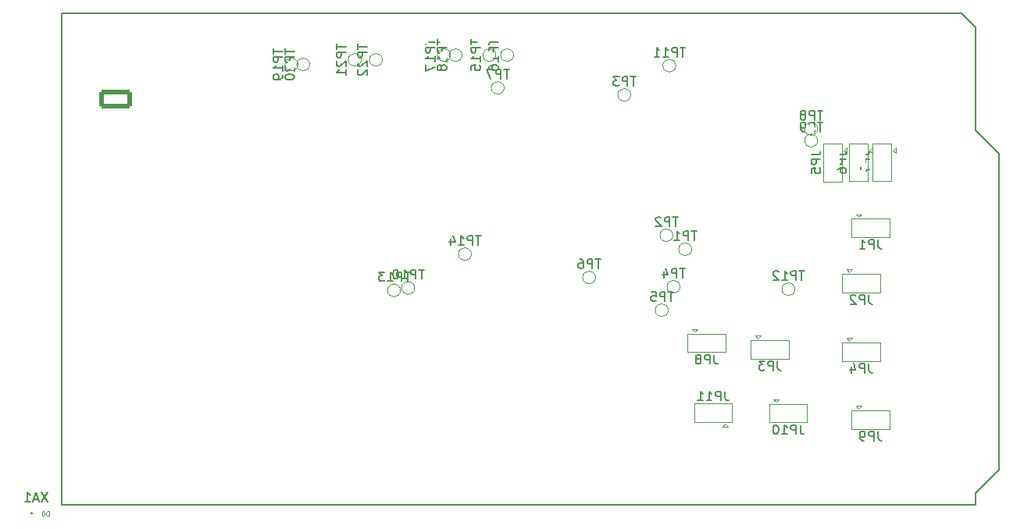
<source format=gbr>
%TF.GenerationSoftware,KiCad,Pcbnew,7.0.2*%
%TF.CreationDate,2023-07-01T11:58:04+02:00*%
%TF.ProjectId,RocciShield,526f6363-6953-4686-9965-6c642e6b6963,rev?*%
%TF.SameCoordinates,Original*%
%TF.FileFunction,Legend,Bot*%
%TF.FilePolarity,Positive*%
%FSLAX46Y46*%
G04 Gerber Fmt 4.6, Leading zero omitted, Abs format (unit mm)*
G04 Created by KiCad (PCBNEW 7.0.2) date 2023-07-01 11:58:04*
%MOMM*%
%LPD*%
G01*
G04 APERTURE LIST*
G04 Aperture macros list*
%AMRoundRect*
0 Rectangle with rounded corners*
0 $1 Rounding radius*
0 $2 $3 $4 $5 $6 $7 $8 $9 X,Y pos of 4 corners*
0 Add a 4 corners polygon primitive as box body*
4,1,4,$2,$3,$4,$5,$6,$7,$8,$9,$2,$3,0*
0 Add four circle primitives for the rounded corners*
1,1,$1+$1,$2,$3*
1,1,$1+$1,$4,$5*
1,1,$1+$1,$6,$7*
1,1,$1+$1,$8,$9*
0 Add four rect primitives between the rounded corners*
20,1,$1+$1,$2,$3,$4,$5,0*
20,1,$1+$1,$4,$5,$6,$7,0*
20,1,$1+$1,$6,$7,$8,$9,0*
20,1,$1+$1,$8,$9,$2,$3,0*%
G04 Aperture macros list end*
%ADD10C,0.150000*%
%ADD11C,0.075000*%
%ADD12C,0.120000*%
%ADD13O,1.727200X1.727200*%
%ADD14R,1.727200X1.727200*%
%ADD15C,3.200000*%
%ADD16R,1.700000X1.700000*%
%ADD17O,1.700000X1.700000*%
%ADD18RoundRect,0.250000X1.550000X-0.750000X1.550000X0.750000X-1.550000X0.750000X-1.550000X-0.750000X0*%
%ADD19O,3.600000X2.000000*%
%ADD20C,0.770000*%
%ADD21R,1.000000X1.500000*%
%ADD22C,1.000000*%
%ADD23R,1.500000X1.000000*%
G04 APERTURE END LIST*
D10*
%TO.C,XA1*%
X118332094Y-129764619D02*
X117665428Y-130764619D01*
X117665428Y-129764619D02*
X118332094Y-130764619D01*
X117332094Y-130478904D02*
X116855904Y-130478904D01*
X117427332Y-130764619D02*
X117093999Y-129764619D01*
X117093999Y-129764619D02*
X116760666Y-130764619D01*
X115903523Y-130764619D02*
X116474951Y-130764619D01*
X116189237Y-130764619D02*
X116189237Y-129764619D01*
X116189237Y-129764619D02*
X116284475Y-129907476D01*
X116284475Y-129907476D02*
X116379713Y-130002714D01*
X116379713Y-130002714D02*
X116474951Y-130050333D01*
X116586000Y-131939380D02*
X116633619Y-131987000D01*
X116633619Y-131987000D02*
X116586000Y-132034619D01*
X116586000Y-132034619D02*
X116538381Y-131987000D01*
X116538381Y-131987000D02*
X116586000Y-131939380D01*
X116586000Y-131939380D02*
X116586000Y-132034619D01*
D11*
X118479047Y-132311309D02*
X118479047Y-131811309D01*
X118479047Y-131811309D02*
X118359999Y-131811309D01*
X118359999Y-131811309D02*
X118288571Y-131835119D01*
X118288571Y-131835119D02*
X118240952Y-131882738D01*
X118240952Y-131882738D02*
X118217142Y-131930357D01*
X118217142Y-131930357D02*
X118193333Y-132025595D01*
X118193333Y-132025595D02*
X118193333Y-132097023D01*
X118193333Y-132097023D02*
X118217142Y-132192261D01*
X118217142Y-132192261D02*
X118240952Y-132239880D01*
X118240952Y-132239880D02*
X118288571Y-132287500D01*
X118288571Y-132287500D02*
X118359999Y-132311309D01*
X118359999Y-132311309D02*
X118479047Y-132311309D01*
X117883809Y-131811309D02*
X117836190Y-131811309D01*
X117836190Y-131811309D02*
X117788571Y-131835119D01*
X117788571Y-131835119D02*
X117764761Y-131858928D01*
X117764761Y-131858928D02*
X117740952Y-131906547D01*
X117740952Y-131906547D02*
X117717142Y-132001785D01*
X117717142Y-132001785D02*
X117717142Y-132120833D01*
X117717142Y-132120833D02*
X117740952Y-132216071D01*
X117740952Y-132216071D02*
X117764761Y-132263690D01*
X117764761Y-132263690D02*
X117788571Y-132287500D01*
X117788571Y-132287500D02*
X117836190Y-132311309D01*
X117836190Y-132311309D02*
X117883809Y-132311309D01*
X117883809Y-132311309D02*
X117931428Y-132287500D01*
X117931428Y-132287500D02*
X117955237Y-132263690D01*
X117955237Y-132263690D02*
X117979047Y-132216071D01*
X117979047Y-132216071D02*
X118002856Y-132120833D01*
X118002856Y-132120833D02*
X118002856Y-132001785D01*
X118002856Y-132001785D02*
X117979047Y-131906547D01*
X117979047Y-131906547D02*
X117955237Y-131858928D01*
X117955237Y-131858928D02*
X117931428Y-131835119D01*
X117931428Y-131835119D02*
X117883809Y-131811309D01*
D10*
%TO.C,JP10*%
X199937523Y-122420619D02*
X199937523Y-123134904D01*
X199937523Y-123134904D02*
X199985142Y-123277761D01*
X199985142Y-123277761D02*
X200080380Y-123373000D01*
X200080380Y-123373000D02*
X200223237Y-123420619D01*
X200223237Y-123420619D02*
X200318475Y-123420619D01*
X199461332Y-123420619D02*
X199461332Y-122420619D01*
X199461332Y-122420619D02*
X199080380Y-122420619D01*
X199080380Y-122420619D02*
X198985142Y-122468238D01*
X198985142Y-122468238D02*
X198937523Y-122515857D01*
X198937523Y-122515857D02*
X198889904Y-122611095D01*
X198889904Y-122611095D02*
X198889904Y-122753952D01*
X198889904Y-122753952D02*
X198937523Y-122849190D01*
X198937523Y-122849190D02*
X198985142Y-122896809D01*
X198985142Y-122896809D02*
X199080380Y-122944428D01*
X199080380Y-122944428D02*
X199461332Y-122944428D01*
X197937523Y-123420619D02*
X198508951Y-123420619D01*
X198223237Y-123420619D02*
X198223237Y-122420619D01*
X198223237Y-122420619D02*
X198318475Y-122563476D01*
X198318475Y-122563476D02*
X198413713Y-122658714D01*
X198413713Y-122658714D02*
X198508951Y-122706333D01*
X197318475Y-122420619D02*
X197223237Y-122420619D01*
X197223237Y-122420619D02*
X197127999Y-122468238D01*
X197127999Y-122468238D02*
X197080380Y-122515857D01*
X197080380Y-122515857D02*
X197032761Y-122611095D01*
X197032761Y-122611095D02*
X196985142Y-122801571D01*
X196985142Y-122801571D02*
X196985142Y-123039666D01*
X196985142Y-123039666D02*
X197032761Y-123230142D01*
X197032761Y-123230142D02*
X197080380Y-123325380D01*
X197080380Y-123325380D02*
X197127999Y-123373000D01*
X197127999Y-123373000D02*
X197223237Y-123420619D01*
X197223237Y-123420619D02*
X197318475Y-123420619D01*
X197318475Y-123420619D02*
X197413713Y-123373000D01*
X197413713Y-123373000D02*
X197461332Y-123325380D01*
X197461332Y-123325380D02*
X197508951Y-123230142D01*
X197508951Y-123230142D02*
X197556570Y-123039666D01*
X197556570Y-123039666D02*
X197556570Y-122801571D01*
X197556570Y-122801571D02*
X197508951Y-122611095D01*
X197508951Y-122611095D02*
X197461332Y-122515857D01*
X197461332Y-122515857D02*
X197413713Y-122468238D01*
X197413713Y-122468238D02*
X197318475Y-122420619D01*
%TO.C,TP10*%
X159157094Y-105578119D02*
X158585666Y-105578119D01*
X158871380Y-106578119D02*
X158871380Y-105578119D01*
X158252332Y-106578119D02*
X158252332Y-105578119D01*
X158252332Y-105578119D02*
X157871380Y-105578119D01*
X157871380Y-105578119D02*
X157776142Y-105625738D01*
X157776142Y-105625738D02*
X157728523Y-105673357D01*
X157728523Y-105673357D02*
X157680904Y-105768595D01*
X157680904Y-105768595D02*
X157680904Y-105911452D01*
X157680904Y-105911452D02*
X157728523Y-106006690D01*
X157728523Y-106006690D02*
X157776142Y-106054309D01*
X157776142Y-106054309D02*
X157871380Y-106101928D01*
X157871380Y-106101928D02*
X158252332Y-106101928D01*
X156728523Y-106578119D02*
X157299951Y-106578119D01*
X157014237Y-106578119D02*
X157014237Y-105578119D01*
X157014237Y-105578119D02*
X157109475Y-105720976D01*
X157109475Y-105720976D02*
X157204713Y-105816214D01*
X157204713Y-105816214D02*
X157299951Y-105863833D01*
X156109475Y-105578119D02*
X156014237Y-105578119D01*
X156014237Y-105578119D02*
X155918999Y-105625738D01*
X155918999Y-105625738D02*
X155871380Y-105673357D01*
X155871380Y-105673357D02*
X155823761Y-105768595D01*
X155823761Y-105768595D02*
X155776142Y-105959071D01*
X155776142Y-105959071D02*
X155776142Y-106197166D01*
X155776142Y-106197166D02*
X155823761Y-106387642D01*
X155823761Y-106387642D02*
X155871380Y-106482880D01*
X155871380Y-106482880D02*
X155918999Y-106530500D01*
X155918999Y-106530500D02*
X156014237Y-106578119D01*
X156014237Y-106578119D02*
X156109475Y-106578119D01*
X156109475Y-106578119D02*
X156204713Y-106530500D01*
X156204713Y-106530500D02*
X156252332Y-106482880D01*
X156252332Y-106482880D02*
X156299951Y-106387642D01*
X156299951Y-106387642D02*
X156347570Y-106197166D01*
X156347570Y-106197166D02*
X156347570Y-105959071D01*
X156347570Y-105959071D02*
X156299951Y-105768595D01*
X156299951Y-105768595D02*
X156252332Y-105673357D01*
X156252332Y-105673357D02*
X156204713Y-105625738D01*
X156204713Y-105625738D02*
X156109475Y-105578119D01*
%TO.C,TP8*%
X202366904Y-88311619D02*
X201795476Y-88311619D01*
X202081190Y-89311619D02*
X202081190Y-88311619D01*
X201462142Y-89311619D02*
X201462142Y-88311619D01*
X201462142Y-88311619D02*
X201081190Y-88311619D01*
X201081190Y-88311619D02*
X200985952Y-88359238D01*
X200985952Y-88359238D02*
X200938333Y-88406857D01*
X200938333Y-88406857D02*
X200890714Y-88502095D01*
X200890714Y-88502095D02*
X200890714Y-88644952D01*
X200890714Y-88644952D02*
X200938333Y-88740190D01*
X200938333Y-88740190D02*
X200985952Y-88787809D01*
X200985952Y-88787809D02*
X201081190Y-88835428D01*
X201081190Y-88835428D02*
X201462142Y-88835428D01*
X200319285Y-88740190D02*
X200414523Y-88692571D01*
X200414523Y-88692571D02*
X200462142Y-88644952D01*
X200462142Y-88644952D02*
X200509761Y-88549714D01*
X200509761Y-88549714D02*
X200509761Y-88502095D01*
X200509761Y-88502095D02*
X200462142Y-88406857D01*
X200462142Y-88406857D02*
X200414523Y-88359238D01*
X200414523Y-88359238D02*
X200319285Y-88311619D01*
X200319285Y-88311619D02*
X200128809Y-88311619D01*
X200128809Y-88311619D02*
X200033571Y-88359238D01*
X200033571Y-88359238D02*
X199985952Y-88406857D01*
X199985952Y-88406857D02*
X199938333Y-88502095D01*
X199938333Y-88502095D02*
X199938333Y-88549714D01*
X199938333Y-88549714D02*
X199985952Y-88644952D01*
X199985952Y-88644952D02*
X200033571Y-88692571D01*
X200033571Y-88692571D02*
X200128809Y-88740190D01*
X200128809Y-88740190D02*
X200319285Y-88740190D01*
X200319285Y-88740190D02*
X200414523Y-88787809D01*
X200414523Y-88787809D02*
X200462142Y-88835428D01*
X200462142Y-88835428D02*
X200509761Y-88930666D01*
X200509761Y-88930666D02*
X200509761Y-89121142D01*
X200509761Y-89121142D02*
X200462142Y-89216380D01*
X200462142Y-89216380D02*
X200414523Y-89264000D01*
X200414523Y-89264000D02*
X200319285Y-89311619D01*
X200319285Y-89311619D02*
X200128809Y-89311619D01*
X200128809Y-89311619D02*
X200033571Y-89264000D01*
X200033571Y-89264000D02*
X199985952Y-89216380D01*
X199985952Y-89216380D02*
X199938333Y-89121142D01*
X199938333Y-89121142D02*
X199938333Y-88930666D01*
X199938333Y-88930666D02*
X199985952Y-88835428D01*
X199985952Y-88835428D02*
X200033571Y-88787809D01*
X200033571Y-88787809D02*
X200128809Y-88740190D01*
%TO.C,TP5*%
X186173904Y-107983619D02*
X185602476Y-107983619D01*
X185888190Y-108983619D02*
X185888190Y-107983619D01*
X185269142Y-108983619D02*
X185269142Y-107983619D01*
X185269142Y-107983619D02*
X184888190Y-107983619D01*
X184888190Y-107983619D02*
X184792952Y-108031238D01*
X184792952Y-108031238D02*
X184745333Y-108078857D01*
X184745333Y-108078857D02*
X184697714Y-108174095D01*
X184697714Y-108174095D02*
X184697714Y-108316952D01*
X184697714Y-108316952D02*
X184745333Y-108412190D01*
X184745333Y-108412190D02*
X184792952Y-108459809D01*
X184792952Y-108459809D02*
X184888190Y-108507428D01*
X184888190Y-108507428D02*
X185269142Y-108507428D01*
X183792952Y-107983619D02*
X184269142Y-107983619D01*
X184269142Y-107983619D02*
X184316761Y-108459809D01*
X184316761Y-108459809D02*
X184269142Y-108412190D01*
X184269142Y-108412190D02*
X184173904Y-108364571D01*
X184173904Y-108364571D02*
X183935809Y-108364571D01*
X183935809Y-108364571D02*
X183840571Y-108412190D01*
X183840571Y-108412190D02*
X183792952Y-108459809D01*
X183792952Y-108459809D02*
X183745333Y-108555047D01*
X183745333Y-108555047D02*
X183745333Y-108793142D01*
X183745333Y-108793142D02*
X183792952Y-108888380D01*
X183792952Y-108888380D02*
X183840571Y-108936000D01*
X183840571Y-108936000D02*
X183935809Y-108983619D01*
X183935809Y-108983619D02*
X184173904Y-108983619D01*
X184173904Y-108983619D02*
X184269142Y-108936000D01*
X184269142Y-108936000D02*
X184316761Y-108888380D01*
%TO.C,TP20*%
X144064619Y-81573905D02*
X144064619Y-82145333D01*
X145064619Y-81859619D02*
X144064619Y-81859619D01*
X145064619Y-82478667D02*
X144064619Y-82478667D01*
X144064619Y-82478667D02*
X144064619Y-82859619D01*
X144064619Y-82859619D02*
X144112238Y-82954857D01*
X144112238Y-82954857D02*
X144159857Y-83002476D01*
X144159857Y-83002476D02*
X144255095Y-83050095D01*
X144255095Y-83050095D02*
X144397952Y-83050095D01*
X144397952Y-83050095D02*
X144493190Y-83002476D01*
X144493190Y-83002476D02*
X144540809Y-82954857D01*
X144540809Y-82954857D02*
X144588428Y-82859619D01*
X144588428Y-82859619D02*
X144588428Y-82478667D01*
X144159857Y-83431048D02*
X144112238Y-83478667D01*
X144112238Y-83478667D02*
X144064619Y-83573905D01*
X144064619Y-83573905D02*
X144064619Y-83812000D01*
X144064619Y-83812000D02*
X144112238Y-83907238D01*
X144112238Y-83907238D02*
X144159857Y-83954857D01*
X144159857Y-83954857D02*
X144255095Y-84002476D01*
X144255095Y-84002476D02*
X144350333Y-84002476D01*
X144350333Y-84002476D02*
X144493190Y-83954857D01*
X144493190Y-83954857D02*
X145064619Y-83383429D01*
X145064619Y-83383429D02*
X145064619Y-84002476D01*
X144064619Y-84621524D02*
X144064619Y-84716762D01*
X144064619Y-84716762D02*
X144112238Y-84812000D01*
X144112238Y-84812000D02*
X144159857Y-84859619D01*
X144159857Y-84859619D02*
X144255095Y-84907238D01*
X144255095Y-84907238D02*
X144445571Y-84954857D01*
X144445571Y-84954857D02*
X144683666Y-84954857D01*
X144683666Y-84954857D02*
X144874142Y-84907238D01*
X144874142Y-84907238D02*
X144969380Y-84859619D01*
X144969380Y-84859619D02*
X145017000Y-84812000D01*
X145017000Y-84812000D02*
X145064619Y-84716762D01*
X145064619Y-84716762D02*
X145064619Y-84621524D01*
X145064619Y-84621524D02*
X145017000Y-84526286D01*
X145017000Y-84526286D02*
X144969380Y-84478667D01*
X144969380Y-84478667D02*
X144874142Y-84431048D01*
X144874142Y-84431048D02*
X144683666Y-84383429D01*
X144683666Y-84383429D02*
X144445571Y-84383429D01*
X144445571Y-84383429D02*
X144255095Y-84431048D01*
X144255095Y-84431048D02*
X144159857Y-84478667D01*
X144159857Y-84478667D02*
X144112238Y-84526286D01*
X144112238Y-84526286D02*
X144064619Y-84621524D01*
%TO.C,JP7*%
X206450619Y-93079666D02*
X207164904Y-93079666D01*
X207164904Y-93079666D02*
X207307761Y-93032047D01*
X207307761Y-93032047D02*
X207403000Y-92936809D01*
X207403000Y-92936809D02*
X207450619Y-92793952D01*
X207450619Y-92793952D02*
X207450619Y-92698714D01*
X207450619Y-93555857D02*
X206450619Y-93555857D01*
X206450619Y-93555857D02*
X206450619Y-93936809D01*
X206450619Y-93936809D02*
X206498238Y-94032047D01*
X206498238Y-94032047D02*
X206545857Y-94079666D01*
X206545857Y-94079666D02*
X206641095Y-94127285D01*
X206641095Y-94127285D02*
X206783952Y-94127285D01*
X206783952Y-94127285D02*
X206879190Y-94079666D01*
X206879190Y-94079666D02*
X206926809Y-94032047D01*
X206926809Y-94032047D02*
X206974428Y-93936809D01*
X206974428Y-93936809D02*
X206974428Y-93555857D01*
X206450619Y-94460619D02*
X206450619Y-95127285D01*
X206450619Y-95127285D02*
X207450619Y-94698714D01*
%TO.C,TP21*%
X149652619Y-81065905D02*
X149652619Y-81637333D01*
X150652619Y-81351619D02*
X149652619Y-81351619D01*
X150652619Y-81970667D02*
X149652619Y-81970667D01*
X149652619Y-81970667D02*
X149652619Y-82351619D01*
X149652619Y-82351619D02*
X149700238Y-82446857D01*
X149700238Y-82446857D02*
X149747857Y-82494476D01*
X149747857Y-82494476D02*
X149843095Y-82542095D01*
X149843095Y-82542095D02*
X149985952Y-82542095D01*
X149985952Y-82542095D02*
X150081190Y-82494476D01*
X150081190Y-82494476D02*
X150128809Y-82446857D01*
X150128809Y-82446857D02*
X150176428Y-82351619D01*
X150176428Y-82351619D02*
X150176428Y-81970667D01*
X149747857Y-82923048D02*
X149700238Y-82970667D01*
X149700238Y-82970667D02*
X149652619Y-83065905D01*
X149652619Y-83065905D02*
X149652619Y-83304000D01*
X149652619Y-83304000D02*
X149700238Y-83399238D01*
X149700238Y-83399238D02*
X149747857Y-83446857D01*
X149747857Y-83446857D02*
X149843095Y-83494476D01*
X149843095Y-83494476D02*
X149938333Y-83494476D01*
X149938333Y-83494476D02*
X150081190Y-83446857D01*
X150081190Y-83446857D02*
X150652619Y-82875429D01*
X150652619Y-82875429D02*
X150652619Y-83494476D01*
X150652619Y-84446857D02*
X150652619Y-83875429D01*
X150652619Y-84161143D02*
X149652619Y-84161143D01*
X149652619Y-84161143D02*
X149795476Y-84065905D01*
X149795476Y-84065905D02*
X149890714Y-83970667D01*
X149890714Y-83970667D02*
X149938333Y-83875429D01*
%TO.C,TP11*%
X187476094Y-81453619D02*
X186904666Y-81453619D01*
X187190380Y-82453619D02*
X187190380Y-81453619D01*
X186571332Y-82453619D02*
X186571332Y-81453619D01*
X186571332Y-81453619D02*
X186190380Y-81453619D01*
X186190380Y-81453619D02*
X186095142Y-81501238D01*
X186095142Y-81501238D02*
X186047523Y-81548857D01*
X186047523Y-81548857D02*
X185999904Y-81644095D01*
X185999904Y-81644095D02*
X185999904Y-81786952D01*
X185999904Y-81786952D02*
X186047523Y-81882190D01*
X186047523Y-81882190D02*
X186095142Y-81929809D01*
X186095142Y-81929809D02*
X186190380Y-81977428D01*
X186190380Y-81977428D02*
X186571332Y-81977428D01*
X185047523Y-82453619D02*
X185618951Y-82453619D01*
X185333237Y-82453619D02*
X185333237Y-81453619D01*
X185333237Y-81453619D02*
X185428475Y-81596476D01*
X185428475Y-81596476D02*
X185523713Y-81691714D01*
X185523713Y-81691714D02*
X185618951Y-81739333D01*
X184095142Y-82453619D02*
X184666570Y-82453619D01*
X184380856Y-82453619D02*
X184380856Y-81453619D01*
X184380856Y-81453619D02*
X184476094Y-81596476D01*
X184476094Y-81596476D02*
X184571332Y-81691714D01*
X184571332Y-81691714D02*
X184666570Y-81739333D01*
%TO.C,TP4*%
X187443904Y-105443619D02*
X186872476Y-105443619D01*
X187158190Y-106443619D02*
X187158190Y-105443619D01*
X186539142Y-106443619D02*
X186539142Y-105443619D01*
X186539142Y-105443619D02*
X186158190Y-105443619D01*
X186158190Y-105443619D02*
X186062952Y-105491238D01*
X186062952Y-105491238D02*
X186015333Y-105538857D01*
X186015333Y-105538857D02*
X185967714Y-105634095D01*
X185967714Y-105634095D02*
X185967714Y-105776952D01*
X185967714Y-105776952D02*
X186015333Y-105872190D01*
X186015333Y-105872190D02*
X186062952Y-105919809D01*
X186062952Y-105919809D02*
X186158190Y-105967428D01*
X186158190Y-105967428D02*
X186539142Y-105967428D01*
X185110571Y-105776952D02*
X185110571Y-106443619D01*
X185348666Y-105396000D02*
X185586761Y-106110285D01*
X185586761Y-106110285D02*
X184967714Y-106110285D01*
%TO.C,JP8*%
X190601333Y-114800619D02*
X190601333Y-115514904D01*
X190601333Y-115514904D02*
X190648952Y-115657761D01*
X190648952Y-115657761D02*
X190744190Y-115753000D01*
X190744190Y-115753000D02*
X190887047Y-115800619D01*
X190887047Y-115800619D02*
X190982285Y-115800619D01*
X190125142Y-115800619D02*
X190125142Y-114800619D01*
X190125142Y-114800619D02*
X189744190Y-114800619D01*
X189744190Y-114800619D02*
X189648952Y-114848238D01*
X189648952Y-114848238D02*
X189601333Y-114895857D01*
X189601333Y-114895857D02*
X189553714Y-114991095D01*
X189553714Y-114991095D02*
X189553714Y-115133952D01*
X189553714Y-115133952D02*
X189601333Y-115229190D01*
X189601333Y-115229190D02*
X189648952Y-115276809D01*
X189648952Y-115276809D02*
X189744190Y-115324428D01*
X189744190Y-115324428D02*
X190125142Y-115324428D01*
X188982285Y-115229190D02*
X189077523Y-115181571D01*
X189077523Y-115181571D02*
X189125142Y-115133952D01*
X189125142Y-115133952D02*
X189172761Y-115038714D01*
X189172761Y-115038714D02*
X189172761Y-114991095D01*
X189172761Y-114991095D02*
X189125142Y-114895857D01*
X189125142Y-114895857D02*
X189077523Y-114848238D01*
X189077523Y-114848238D02*
X188982285Y-114800619D01*
X188982285Y-114800619D02*
X188791809Y-114800619D01*
X188791809Y-114800619D02*
X188696571Y-114848238D01*
X188696571Y-114848238D02*
X188648952Y-114895857D01*
X188648952Y-114895857D02*
X188601333Y-114991095D01*
X188601333Y-114991095D02*
X188601333Y-115038714D01*
X188601333Y-115038714D02*
X188648952Y-115133952D01*
X188648952Y-115133952D02*
X188696571Y-115181571D01*
X188696571Y-115181571D02*
X188791809Y-115229190D01*
X188791809Y-115229190D02*
X188982285Y-115229190D01*
X188982285Y-115229190D02*
X189077523Y-115276809D01*
X189077523Y-115276809D02*
X189125142Y-115324428D01*
X189125142Y-115324428D02*
X189172761Y-115419666D01*
X189172761Y-115419666D02*
X189172761Y-115610142D01*
X189172761Y-115610142D02*
X189125142Y-115705380D01*
X189125142Y-115705380D02*
X189077523Y-115753000D01*
X189077523Y-115753000D02*
X188982285Y-115800619D01*
X188982285Y-115800619D02*
X188791809Y-115800619D01*
X188791809Y-115800619D02*
X188696571Y-115753000D01*
X188696571Y-115753000D02*
X188648952Y-115705380D01*
X188648952Y-115705380D02*
X188601333Y-115610142D01*
X188601333Y-115610142D02*
X188601333Y-115419666D01*
X188601333Y-115419666D02*
X188648952Y-115324428D01*
X188648952Y-115324428D02*
X188696571Y-115276809D01*
X188696571Y-115276809D02*
X188791809Y-115229190D01*
%TO.C,TP1*%
X188713904Y-101379619D02*
X188142476Y-101379619D01*
X188428190Y-102379619D02*
X188428190Y-101379619D01*
X187809142Y-102379619D02*
X187809142Y-101379619D01*
X187809142Y-101379619D02*
X187428190Y-101379619D01*
X187428190Y-101379619D02*
X187332952Y-101427238D01*
X187332952Y-101427238D02*
X187285333Y-101474857D01*
X187285333Y-101474857D02*
X187237714Y-101570095D01*
X187237714Y-101570095D02*
X187237714Y-101712952D01*
X187237714Y-101712952D02*
X187285333Y-101808190D01*
X187285333Y-101808190D02*
X187332952Y-101855809D01*
X187332952Y-101855809D02*
X187428190Y-101903428D01*
X187428190Y-101903428D02*
X187809142Y-101903428D01*
X186285333Y-102379619D02*
X186856761Y-102379619D01*
X186571047Y-102379619D02*
X186571047Y-101379619D01*
X186571047Y-101379619D02*
X186666285Y-101522476D01*
X186666285Y-101522476D02*
X186761523Y-101617714D01*
X186761523Y-101617714D02*
X186856761Y-101665333D01*
%TO.C,TP12*%
X200379094Y-105710619D02*
X199807666Y-105710619D01*
X200093380Y-106710619D02*
X200093380Y-105710619D01*
X199474332Y-106710619D02*
X199474332Y-105710619D01*
X199474332Y-105710619D02*
X199093380Y-105710619D01*
X199093380Y-105710619D02*
X198998142Y-105758238D01*
X198998142Y-105758238D02*
X198950523Y-105805857D01*
X198950523Y-105805857D02*
X198902904Y-105901095D01*
X198902904Y-105901095D02*
X198902904Y-106043952D01*
X198902904Y-106043952D02*
X198950523Y-106139190D01*
X198950523Y-106139190D02*
X198998142Y-106186809D01*
X198998142Y-106186809D02*
X199093380Y-106234428D01*
X199093380Y-106234428D02*
X199474332Y-106234428D01*
X197950523Y-106710619D02*
X198521951Y-106710619D01*
X198236237Y-106710619D02*
X198236237Y-105710619D01*
X198236237Y-105710619D02*
X198331475Y-105853476D01*
X198331475Y-105853476D02*
X198426713Y-105948714D01*
X198426713Y-105948714D02*
X198521951Y-105996333D01*
X197569570Y-105805857D02*
X197521951Y-105758238D01*
X197521951Y-105758238D02*
X197426713Y-105710619D01*
X197426713Y-105710619D02*
X197188618Y-105710619D01*
X197188618Y-105710619D02*
X197093380Y-105758238D01*
X197093380Y-105758238D02*
X197045761Y-105805857D01*
X197045761Y-105805857D02*
X196998142Y-105901095D01*
X196998142Y-105901095D02*
X196998142Y-105996333D01*
X196998142Y-105996333D02*
X197045761Y-106139190D01*
X197045761Y-106139190D02*
X197617189Y-106710619D01*
X197617189Y-106710619D02*
X196998142Y-106710619D01*
%TO.C,TP6*%
X178299904Y-104440619D02*
X177728476Y-104440619D01*
X178014190Y-105440619D02*
X178014190Y-104440619D01*
X177395142Y-105440619D02*
X177395142Y-104440619D01*
X177395142Y-104440619D02*
X177014190Y-104440619D01*
X177014190Y-104440619D02*
X176918952Y-104488238D01*
X176918952Y-104488238D02*
X176871333Y-104535857D01*
X176871333Y-104535857D02*
X176823714Y-104631095D01*
X176823714Y-104631095D02*
X176823714Y-104773952D01*
X176823714Y-104773952D02*
X176871333Y-104869190D01*
X176871333Y-104869190D02*
X176918952Y-104916809D01*
X176918952Y-104916809D02*
X177014190Y-104964428D01*
X177014190Y-104964428D02*
X177395142Y-104964428D01*
X175966571Y-104440619D02*
X176157047Y-104440619D01*
X176157047Y-104440619D02*
X176252285Y-104488238D01*
X176252285Y-104488238D02*
X176299904Y-104535857D01*
X176299904Y-104535857D02*
X176395142Y-104678714D01*
X176395142Y-104678714D02*
X176442761Y-104869190D01*
X176442761Y-104869190D02*
X176442761Y-105250142D01*
X176442761Y-105250142D02*
X176395142Y-105345380D01*
X176395142Y-105345380D02*
X176347523Y-105393000D01*
X176347523Y-105393000D02*
X176252285Y-105440619D01*
X176252285Y-105440619D02*
X176061809Y-105440619D01*
X176061809Y-105440619D02*
X175966571Y-105393000D01*
X175966571Y-105393000D02*
X175918952Y-105345380D01*
X175918952Y-105345380D02*
X175871333Y-105250142D01*
X175871333Y-105250142D02*
X175871333Y-105012047D01*
X175871333Y-105012047D02*
X175918952Y-104916809D01*
X175918952Y-104916809D02*
X175966571Y-104869190D01*
X175966571Y-104869190D02*
X176061809Y-104821571D01*
X176061809Y-104821571D02*
X176252285Y-104821571D01*
X176252285Y-104821571D02*
X176347523Y-104869190D01*
X176347523Y-104869190D02*
X176395142Y-104916809D01*
X176395142Y-104916809D02*
X176442761Y-105012047D01*
%TO.C,JP11*%
X191779523Y-118786619D02*
X191779523Y-119500904D01*
X191779523Y-119500904D02*
X191827142Y-119643761D01*
X191827142Y-119643761D02*
X191922380Y-119739000D01*
X191922380Y-119739000D02*
X192065237Y-119786619D01*
X192065237Y-119786619D02*
X192160475Y-119786619D01*
X191303332Y-119786619D02*
X191303332Y-118786619D01*
X191303332Y-118786619D02*
X190922380Y-118786619D01*
X190922380Y-118786619D02*
X190827142Y-118834238D01*
X190827142Y-118834238D02*
X190779523Y-118881857D01*
X190779523Y-118881857D02*
X190731904Y-118977095D01*
X190731904Y-118977095D02*
X190731904Y-119119952D01*
X190731904Y-119119952D02*
X190779523Y-119215190D01*
X190779523Y-119215190D02*
X190827142Y-119262809D01*
X190827142Y-119262809D02*
X190922380Y-119310428D01*
X190922380Y-119310428D02*
X191303332Y-119310428D01*
X189779523Y-119786619D02*
X190350951Y-119786619D01*
X190065237Y-119786619D02*
X190065237Y-118786619D01*
X190065237Y-118786619D02*
X190160475Y-118929476D01*
X190160475Y-118929476D02*
X190255713Y-119024714D01*
X190255713Y-119024714D02*
X190350951Y-119072333D01*
X188827142Y-119786619D02*
X189398570Y-119786619D01*
X189112856Y-119786619D02*
X189112856Y-118786619D01*
X189112856Y-118786619D02*
X189208094Y-118929476D01*
X189208094Y-118929476D02*
X189303332Y-119024714D01*
X189303332Y-119024714D02*
X189398570Y-119072333D01*
%TO.C,JP6*%
X203910619Y-93109666D02*
X204624904Y-93109666D01*
X204624904Y-93109666D02*
X204767761Y-93062047D01*
X204767761Y-93062047D02*
X204863000Y-92966809D01*
X204863000Y-92966809D02*
X204910619Y-92823952D01*
X204910619Y-92823952D02*
X204910619Y-92728714D01*
X204910619Y-93585857D02*
X203910619Y-93585857D01*
X203910619Y-93585857D02*
X203910619Y-93966809D01*
X203910619Y-93966809D02*
X203958238Y-94062047D01*
X203958238Y-94062047D02*
X204005857Y-94109666D01*
X204005857Y-94109666D02*
X204101095Y-94157285D01*
X204101095Y-94157285D02*
X204243952Y-94157285D01*
X204243952Y-94157285D02*
X204339190Y-94109666D01*
X204339190Y-94109666D02*
X204386809Y-94062047D01*
X204386809Y-94062047D02*
X204434428Y-93966809D01*
X204434428Y-93966809D02*
X204434428Y-93585857D01*
X203910619Y-95014428D02*
X203910619Y-94823952D01*
X203910619Y-94823952D02*
X203958238Y-94728714D01*
X203958238Y-94728714D02*
X204005857Y-94681095D01*
X204005857Y-94681095D02*
X204148714Y-94585857D01*
X204148714Y-94585857D02*
X204339190Y-94538238D01*
X204339190Y-94538238D02*
X204720142Y-94538238D01*
X204720142Y-94538238D02*
X204815380Y-94585857D01*
X204815380Y-94585857D02*
X204863000Y-94633476D01*
X204863000Y-94633476D02*
X204910619Y-94728714D01*
X204910619Y-94728714D02*
X204910619Y-94919190D01*
X204910619Y-94919190D02*
X204863000Y-95014428D01*
X204863000Y-95014428D02*
X204815380Y-95062047D01*
X204815380Y-95062047D02*
X204720142Y-95109666D01*
X204720142Y-95109666D02*
X204482047Y-95109666D01*
X204482047Y-95109666D02*
X204386809Y-95062047D01*
X204386809Y-95062047D02*
X204339190Y-95014428D01*
X204339190Y-95014428D02*
X204291571Y-94919190D01*
X204291571Y-94919190D02*
X204291571Y-94728714D01*
X204291571Y-94728714D02*
X204339190Y-94633476D01*
X204339190Y-94633476D02*
X204386809Y-94585857D01*
X204386809Y-94585857D02*
X204482047Y-94538238D01*
%TO.C,TP15*%
X164257619Y-80557905D02*
X164257619Y-81129333D01*
X165257619Y-80843619D02*
X164257619Y-80843619D01*
X165257619Y-81462667D02*
X164257619Y-81462667D01*
X164257619Y-81462667D02*
X164257619Y-81843619D01*
X164257619Y-81843619D02*
X164305238Y-81938857D01*
X164305238Y-81938857D02*
X164352857Y-81986476D01*
X164352857Y-81986476D02*
X164448095Y-82034095D01*
X164448095Y-82034095D02*
X164590952Y-82034095D01*
X164590952Y-82034095D02*
X164686190Y-81986476D01*
X164686190Y-81986476D02*
X164733809Y-81938857D01*
X164733809Y-81938857D02*
X164781428Y-81843619D01*
X164781428Y-81843619D02*
X164781428Y-81462667D01*
X165257619Y-82986476D02*
X165257619Y-82415048D01*
X165257619Y-82700762D02*
X164257619Y-82700762D01*
X164257619Y-82700762D02*
X164400476Y-82605524D01*
X164400476Y-82605524D02*
X164495714Y-82510286D01*
X164495714Y-82510286D02*
X164543333Y-82415048D01*
X164257619Y-83891238D02*
X164257619Y-83415048D01*
X164257619Y-83415048D02*
X164733809Y-83367429D01*
X164733809Y-83367429D02*
X164686190Y-83415048D01*
X164686190Y-83415048D02*
X164638571Y-83510286D01*
X164638571Y-83510286D02*
X164638571Y-83748381D01*
X164638571Y-83748381D02*
X164686190Y-83843619D01*
X164686190Y-83843619D02*
X164733809Y-83891238D01*
X164733809Y-83891238D02*
X164829047Y-83938857D01*
X164829047Y-83938857D02*
X165067142Y-83938857D01*
X165067142Y-83938857D02*
X165162380Y-83891238D01*
X165162380Y-83891238D02*
X165210000Y-83843619D01*
X165210000Y-83843619D02*
X165257619Y-83748381D01*
X165257619Y-83748381D02*
X165257619Y-83510286D01*
X165257619Y-83510286D02*
X165210000Y-83415048D01*
X165210000Y-83415048D02*
X165162380Y-83367429D01*
%TO.C,TP9*%
X202366904Y-89581619D02*
X201795476Y-89581619D01*
X202081190Y-90581619D02*
X202081190Y-89581619D01*
X201462142Y-90581619D02*
X201462142Y-89581619D01*
X201462142Y-89581619D02*
X201081190Y-89581619D01*
X201081190Y-89581619D02*
X200985952Y-89629238D01*
X200985952Y-89629238D02*
X200938333Y-89676857D01*
X200938333Y-89676857D02*
X200890714Y-89772095D01*
X200890714Y-89772095D02*
X200890714Y-89914952D01*
X200890714Y-89914952D02*
X200938333Y-90010190D01*
X200938333Y-90010190D02*
X200985952Y-90057809D01*
X200985952Y-90057809D02*
X201081190Y-90105428D01*
X201081190Y-90105428D02*
X201462142Y-90105428D01*
X200414523Y-90581619D02*
X200224047Y-90581619D01*
X200224047Y-90581619D02*
X200128809Y-90534000D01*
X200128809Y-90534000D02*
X200081190Y-90486380D01*
X200081190Y-90486380D02*
X199985952Y-90343523D01*
X199985952Y-90343523D02*
X199938333Y-90153047D01*
X199938333Y-90153047D02*
X199938333Y-89772095D01*
X199938333Y-89772095D02*
X199985952Y-89676857D01*
X199985952Y-89676857D02*
X200033571Y-89629238D01*
X200033571Y-89629238D02*
X200128809Y-89581619D01*
X200128809Y-89581619D02*
X200319285Y-89581619D01*
X200319285Y-89581619D02*
X200414523Y-89629238D01*
X200414523Y-89629238D02*
X200462142Y-89676857D01*
X200462142Y-89676857D02*
X200509761Y-89772095D01*
X200509761Y-89772095D02*
X200509761Y-90010190D01*
X200509761Y-90010190D02*
X200462142Y-90105428D01*
X200462142Y-90105428D02*
X200414523Y-90153047D01*
X200414523Y-90153047D02*
X200319285Y-90200666D01*
X200319285Y-90200666D02*
X200128809Y-90200666D01*
X200128809Y-90200666D02*
X200033571Y-90153047D01*
X200033571Y-90153047D02*
X199985952Y-90105428D01*
X199985952Y-90105428D02*
X199938333Y-90010190D01*
%TO.C,TP3*%
X182109904Y-84628619D02*
X181538476Y-84628619D01*
X181824190Y-85628619D02*
X181824190Y-84628619D01*
X181205142Y-85628619D02*
X181205142Y-84628619D01*
X181205142Y-84628619D02*
X180824190Y-84628619D01*
X180824190Y-84628619D02*
X180728952Y-84676238D01*
X180728952Y-84676238D02*
X180681333Y-84723857D01*
X180681333Y-84723857D02*
X180633714Y-84819095D01*
X180633714Y-84819095D02*
X180633714Y-84961952D01*
X180633714Y-84961952D02*
X180681333Y-85057190D01*
X180681333Y-85057190D02*
X180728952Y-85104809D01*
X180728952Y-85104809D02*
X180824190Y-85152428D01*
X180824190Y-85152428D02*
X181205142Y-85152428D01*
X180300380Y-84628619D02*
X179681333Y-84628619D01*
X179681333Y-84628619D02*
X180014666Y-85009571D01*
X180014666Y-85009571D02*
X179871809Y-85009571D01*
X179871809Y-85009571D02*
X179776571Y-85057190D01*
X179776571Y-85057190D02*
X179728952Y-85104809D01*
X179728952Y-85104809D02*
X179681333Y-85200047D01*
X179681333Y-85200047D02*
X179681333Y-85438142D01*
X179681333Y-85438142D02*
X179728952Y-85533380D01*
X179728952Y-85533380D02*
X179776571Y-85581000D01*
X179776571Y-85581000D02*
X179871809Y-85628619D01*
X179871809Y-85628619D02*
X180157523Y-85628619D01*
X180157523Y-85628619D02*
X180252761Y-85581000D01*
X180252761Y-85581000D02*
X180300380Y-85533380D01*
%TO.C,TP17*%
X159304619Y-80557905D02*
X159304619Y-81129333D01*
X160304619Y-80843619D02*
X159304619Y-80843619D01*
X160304619Y-81462667D02*
X159304619Y-81462667D01*
X159304619Y-81462667D02*
X159304619Y-81843619D01*
X159304619Y-81843619D02*
X159352238Y-81938857D01*
X159352238Y-81938857D02*
X159399857Y-81986476D01*
X159399857Y-81986476D02*
X159495095Y-82034095D01*
X159495095Y-82034095D02*
X159637952Y-82034095D01*
X159637952Y-82034095D02*
X159733190Y-81986476D01*
X159733190Y-81986476D02*
X159780809Y-81938857D01*
X159780809Y-81938857D02*
X159828428Y-81843619D01*
X159828428Y-81843619D02*
X159828428Y-81462667D01*
X160304619Y-82986476D02*
X160304619Y-82415048D01*
X160304619Y-82700762D02*
X159304619Y-82700762D01*
X159304619Y-82700762D02*
X159447476Y-82605524D01*
X159447476Y-82605524D02*
X159542714Y-82510286D01*
X159542714Y-82510286D02*
X159590333Y-82415048D01*
X159304619Y-83319810D02*
X159304619Y-83986476D01*
X159304619Y-83986476D02*
X160304619Y-83557905D01*
%TO.C,TP14*%
X165314094Y-101900619D02*
X164742666Y-101900619D01*
X165028380Y-102900619D02*
X165028380Y-101900619D01*
X164409332Y-102900619D02*
X164409332Y-101900619D01*
X164409332Y-101900619D02*
X164028380Y-101900619D01*
X164028380Y-101900619D02*
X163933142Y-101948238D01*
X163933142Y-101948238D02*
X163885523Y-101995857D01*
X163885523Y-101995857D02*
X163837904Y-102091095D01*
X163837904Y-102091095D02*
X163837904Y-102233952D01*
X163837904Y-102233952D02*
X163885523Y-102329190D01*
X163885523Y-102329190D02*
X163933142Y-102376809D01*
X163933142Y-102376809D02*
X164028380Y-102424428D01*
X164028380Y-102424428D02*
X164409332Y-102424428D01*
X162885523Y-102900619D02*
X163456951Y-102900619D01*
X163171237Y-102900619D02*
X163171237Y-101900619D01*
X163171237Y-101900619D02*
X163266475Y-102043476D01*
X163266475Y-102043476D02*
X163361713Y-102138714D01*
X163361713Y-102138714D02*
X163456951Y-102186333D01*
X162028380Y-102233952D02*
X162028380Y-102900619D01*
X162266475Y-101853000D02*
X162504570Y-102567285D01*
X162504570Y-102567285D02*
X161885523Y-102567285D01*
%TO.C,TP7*%
X168393904Y-83866619D02*
X167822476Y-83866619D01*
X168108190Y-84866619D02*
X168108190Y-83866619D01*
X167489142Y-84866619D02*
X167489142Y-83866619D01*
X167489142Y-83866619D02*
X167108190Y-83866619D01*
X167108190Y-83866619D02*
X167012952Y-83914238D01*
X167012952Y-83914238D02*
X166965333Y-83961857D01*
X166965333Y-83961857D02*
X166917714Y-84057095D01*
X166917714Y-84057095D02*
X166917714Y-84199952D01*
X166917714Y-84199952D02*
X166965333Y-84295190D01*
X166965333Y-84295190D02*
X167012952Y-84342809D01*
X167012952Y-84342809D02*
X167108190Y-84390428D01*
X167108190Y-84390428D02*
X167489142Y-84390428D01*
X166584380Y-83866619D02*
X165917714Y-83866619D01*
X165917714Y-83866619D02*
X166346285Y-84866619D01*
%TO.C,JP3*%
X197459333Y-115494619D02*
X197459333Y-116208904D01*
X197459333Y-116208904D02*
X197506952Y-116351761D01*
X197506952Y-116351761D02*
X197602190Y-116447000D01*
X197602190Y-116447000D02*
X197745047Y-116494619D01*
X197745047Y-116494619D02*
X197840285Y-116494619D01*
X196983142Y-116494619D02*
X196983142Y-115494619D01*
X196983142Y-115494619D02*
X196602190Y-115494619D01*
X196602190Y-115494619D02*
X196506952Y-115542238D01*
X196506952Y-115542238D02*
X196459333Y-115589857D01*
X196459333Y-115589857D02*
X196411714Y-115685095D01*
X196411714Y-115685095D02*
X196411714Y-115827952D01*
X196411714Y-115827952D02*
X196459333Y-115923190D01*
X196459333Y-115923190D02*
X196506952Y-115970809D01*
X196506952Y-115970809D02*
X196602190Y-116018428D01*
X196602190Y-116018428D02*
X196983142Y-116018428D01*
X196078380Y-115494619D02*
X195459333Y-115494619D01*
X195459333Y-115494619D02*
X195792666Y-115875571D01*
X195792666Y-115875571D02*
X195649809Y-115875571D01*
X195649809Y-115875571D02*
X195554571Y-115923190D01*
X195554571Y-115923190D02*
X195506952Y-115970809D01*
X195506952Y-115970809D02*
X195459333Y-116066047D01*
X195459333Y-116066047D02*
X195459333Y-116304142D01*
X195459333Y-116304142D02*
X195506952Y-116399380D01*
X195506952Y-116399380D02*
X195554571Y-116447000D01*
X195554571Y-116447000D02*
X195649809Y-116494619D01*
X195649809Y-116494619D02*
X195935523Y-116494619D01*
X195935523Y-116494619D02*
X196030761Y-116447000D01*
X196030761Y-116447000D02*
X196078380Y-116399380D01*
%TO.C,JP1*%
X208381333Y-102320619D02*
X208381333Y-103034904D01*
X208381333Y-103034904D02*
X208428952Y-103177761D01*
X208428952Y-103177761D02*
X208524190Y-103273000D01*
X208524190Y-103273000D02*
X208667047Y-103320619D01*
X208667047Y-103320619D02*
X208762285Y-103320619D01*
X207905142Y-103320619D02*
X207905142Y-102320619D01*
X207905142Y-102320619D02*
X207524190Y-102320619D01*
X207524190Y-102320619D02*
X207428952Y-102368238D01*
X207428952Y-102368238D02*
X207381333Y-102415857D01*
X207381333Y-102415857D02*
X207333714Y-102511095D01*
X207333714Y-102511095D02*
X207333714Y-102653952D01*
X207333714Y-102653952D02*
X207381333Y-102749190D01*
X207381333Y-102749190D02*
X207428952Y-102796809D01*
X207428952Y-102796809D02*
X207524190Y-102844428D01*
X207524190Y-102844428D02*
X207905142Y-102844428D01*
X206381333Y-103320619D02*
X206952761Y-103320619D01*
X206667047Y-103320619D02*
X206667047Y-102320619D01*
X206667047Y-102320619D02*
X206762285Y-102463476D01*
X206762285Y-102463476D02*
X206857523Y-102558714D01*
X206857523Y-102558714D02*
X206952761Y-102606333D01*
%TO.C,TP19*%
X142794619Y-81573905D02*
X142794619Y-82145333D01*
X143794619Y-81859619D02*
X142794619Y-81859619D01*
X143794619Y-82478667D02*
X142794619Y-82478667D01*
X142794619Y-82478667D02*
X142794619Y-82859619D01*
X142794619Y-82859619D02*
X142842238Y-82954857D01*
X142842238Y-82954857D02*
X142889857Y-83002476D01*
X142889857Y-83002476D02*
X142985095Y-83050095D01*
X142985095Y-83050095D02*
X143127952Y-83050095D01*
X143127952Y-83050095D02*
X143223190Y-83002476D01*
X143223190Y-83002476D02*
X143270809Y-82954857D01*
X143270809Y-82954857D02*
X143318428Y-82859619D01*
X143318428Y-82859619D02*
X143318428Y-82478667D01*
X143794619Y-84002476D02*
X143794619Y-83431048D01*
X143794619Y-83716762D02*
X142794619Y-83716762D01*
X142794619Y-83716762D02*
X142937476Y-83621524D01*
X142937476Y-83621524D02*
X143032714Y-83526286D01*
X143032714Y-83526286D02*
X143080333Y-83431048D01*
X143794619Y-84478667D02*
X143794619Y-84669143D01*
X143794619Y-84669143D02*
X143747000Y-84764381D01*
X143747000Y-84764381D02*
X143699380Y-84812000D01*
X143699380Y-84812000D02*
X143556523Y-84907238D01*
X143556523Y-84907238D02*
X143366047Y-84954857D01*
X143366047Y-84954857D02*
X142985095Y-84954857D01*
X142985095Y-84954857D02*
X142889857Y-84907238D01*
X142889857Y-84907238D02*
X142842238Y-84859619D01*
X142842238Y-84859619D02*
X142794619Y-84764381D01*
X142794619Y-84764381D02*
X142794619Y-84573905D01*
X142794619Y-84573905D02*
X142842238Y-84478667D01*
X142842238Y-84478667D02*
X142889857Y-84431048D01*
X142889857Y-84431048D02*
X142985095Y-84383429D01*
X142985095Y-84383429D02*
X143223190Y-84383429D01*
X143223190Y-84383429D02*
X143318428Y-84431048D01*
X143318428Y-84431048D02*
X143366047Y-84478667D01*
X143366047Y-84478667D02*
X143413666Y-84573905D01*
X143413666Y-84573905D02*
X143413666Y-84764381D01*
X143413666Y-84764381D02*
X143366047Y-84859619D01*
X143366047Y-84859619D02*
X143318428Y-84907238D01*
X143318428Y-84907238D02*
X143223190Y-84954857D01*
%TO.C,JP5*%
X201116619Y-93116666D02*
X201830904Y-93116666D01*
X201830904Y-93116666D02*
X201973761Y-93069047D01*
X201973761Y-93069047D02*
X202069000Y-92973809D01*
X202069000Y-92973809D02*
X202116619Y-92830952D01*
X202116619Y-92830952D02*
X202116619Y-92735714D01*
X202116619Y-93592857D02*
X201116619Y-93592857D01*
X201116619Y-93592857D02*
X201116619Y-93973809D01*
X201116619Y-93973809D02*
X201164238Y-94069047D01*
X201164238Y-94069047D02*
X201211857Y-94116666D01*
X201211857Y-94116666D02*
X201307095Y-94164285D01*
X201307095Y-94164285D02*
X201449952Y-94164285D01*
X201449952Y-94164285D02*
X201545190Y-94116666D01*
X201545190Y-94116666D02*
X201592809Y-94069047D01*
X201592809Y-94069047D02*
X201640428Y-93973809D01*
X201640428Y-93973809D02*
X201640428Y-93592857D01*
X201116619Y-95069047D02*
X201116619Y-94592857D01*
X201116619Y-94592857D02*
X201592809Y-94545238D01*
X201592809Y-94545238D02*
X201545190Y-94592857D01*
X201545190Y-94592857D02*
X201497571Y-94688095D01*
X201497571Y-94688095D02*
X201497571Y-94926190D01*
X201497571Y-94926190D02*
X201545190Y-95021428D01*
X201545190Y-95021428D02*
X201592809Y-95069047D01*
X201592809Y-95069047D02*
X201688047Y-95116666D01*
X201688047Y-95116666D02*
X201926142Y-95116666D01*
X201926142Y-95116666D02*
X202021380Y-95069047D01*
X202021380Y-95069047D02*
X202069000Y-95021428D01*
X202069000Y-95021428D02*
X202116619Y-94926190D01*
X202116619Y-94926190D02*
X202116619Y-94688095D01*
X202116619Y-94688095D02*
X202069000Y-94592857D01*
X202069000Y-94592857D02*
X202021380Y-94545238D01*
%TO.C,TP18*%
X160574619Y-80557905D02*
X160574619Y-81129333D01*
X161574619Y-80843619D02*
X160574619Y-80843619D01*
X161574619Y-81462667D02*
X160574619Y-81462667D01*
X160574619Y-81462667D02*
X160574619Y-81843619D01*
X160574619Y-81843619D02*
X160622238Y-81938857D01*
X160622238Y-81938857D02*
X160669857Y-81986476D01*
X160669857Y-81986476D02*
X160765095Y-82034095D01*
X160765095Y-82034095D02*
X160907952Y-82034095D01*
X160907952Y-82034095D02*
X161003190Y-81986476D01*
X161003190Y-81986476D02*
X161050809Y-81938857D01*
X161050809Y-81938857D02*
X161098428Y-81843619D01*
X161098428Y-81843619D02*
X161098428Y-81462667D01*
X161574619Y-82986476D02*
X161574619Y-82415048D01*
X161574619Y-82700762D02*
X160574619Y-82700762D01*
X160574619Y-82700762D02*
X160717476Y-82605524D01*
X160717476Y-82605524D02*
X160812714Y-82510286D01*
X160812714Y-82510286D02*
X160860333Y-82415048D01*
X161003190Y-83557905D02*
X160955571Y-83462667D01*
X160955571Y-83462667D02*
X160907952Y-83415048D01*
X160907952Y-83415048D02*
X160812714Y-83367429D01*
X160812714Y-83367429D02*
X160765095Y-83367429D01*
X160765095Y-83367429D02*
X160669857Y-83415048D01*
X160669857Y-83415048D02*
X160622238Y-83462667D01*
X160622238Y-83462667D02*
X160574619Y-83557905D01*
X160574619Y-83557905D02*
X160574619Y-83748381D01*
X160574619Y-83748381D02*
X160622238Y-83843619D01*
X160622238Y-83843619D02*
X160669857Y-83891238D01*
X160669857Y-83891238D02*
X160765095Y-83938857D01*
X160765095Y-83938857D02*
X160812714Y-83938857D01*
X160812714Y-83938857D02*
X160907952Y-83891238D01*
X160907952Y-83891238D02*
X160955571Y-83843619D01*
X160955571Y-83843619D02*
X161003190Y-83748381D01*
X161003190Y-83748381D02*
X161003190Y-83557905D01*
X161003190Y-83557905D02*
X161050809Y-83462667D01*
X161050809Y-83462667D02*
X161098428Y-83415048D01*
X161098428Y-83415048D02*
X161193666Y-83367429D01*
X161193666Y-83367429D02*
X161384142Y-83367429D01*
X161384142Y-83367429D02*
X161479380Y-83415048D01*
X161479380Y-83415048D02*
X161527000Y-83462667D01*
X161527000Y-83462667D02*
X161574619Y-83557905D01*
X161574619Y-83557905D02*
X161574619Y-83748381D01*
X161574619Y-83748381D02*
X161527000Y-83843619D01*
X161527000Y-83843619D02*
X161479380Y-83891238D01*
X161479380Y-83891238D02*
X161384142Y-83938857D01*
X161384142Y-83938857D02*
X161193666Y-83938857D01*
X161193666Y-83938857D02*
X161098428Y-83891238D01*
X161098428Y-83891238D02*
X161050809Y-83843619D01*
X161050809Y-83843619D02*
X161003190Y-83748381D01*
%TO.C,TP2*%
X186681904Y-99855619D02*
X186110476Y-99855619D01*
X186396190Y-100855619D02*
X186396190Y-99855619D01*
X185777142Y-100855619D02*
X185777142Y-99855619D01*
X185777142Y-99855619D02*
X185396190Y-99855619D01*
X185396190Y-99855619D02*
X185300952Y-99903238D01*
X185300952Y-99903238D02*
X185253333Y-99950857D01*
X185253333Y-99950857D02*
X185205714Y-100046095D01*
X185205714Y-100046095D02*
X185205714Y-100188952D01*
X185205714Y-100188952D02*
X185253333Y-100284190D01*
X185253333Y-100284190D02*
X185300952Y-100331809D01*
X185300952Y-100331809D02*
X185396190Y-100379428D01*
X185396190Y-100379428D02*
X185777142Y-100379428D01*
X184824761Y-99950857D02*
X184777142Y-99903238D01*
X184777142Y-99903238D02*
X184681904Y-99855619D01*
X184681904Y-99855619D02*
X184443809Y-99855619D01*
X184443809Y-99855619D02*
X184348571Y-99903238D01*
X184348571Y-99903238D02*
X184300952Y-99950857D01*
X184300952Y-99950857D02*
X184253333Y-100046095D01*
X184253333Y-100046095D02*
X184253333Y-100141333D01*
X184253333Y-100141333D02*
X184300952Y-100284190D01*
X184300952Y-100284190D02*
X184872380Y-100855619D01*
X184872380Y-100855619D02*
X184253333Y-100855619D01*
%TO.C,TP16*%
X166162619Y-80557905D02*
X166162619Y-81129333D01*
X167162619Y-80843619D02*
X166162619Y-80843619D01*
X167162619Y-81462667D02*
X166162619Y-81462667D01*
X166162619Y-81462667D02*
X166162619Y-81843619D01*
X166162619Y-81843619D02*
X166210238Y-81938857D01*
X166210238Y-81938857D02*
X166257857Y-81986476D01*
X166257857Y-81986476D02*
X166353095Y-82034095D01*
X166353095Y-82034095D02*
X166495952Y-82034095D01*
X166495952Y-82034095D02*
X166591190Y-81986476D01*
X166591190Y-81986476D02*
X166638809Y-81938857D01*
X166638809Y-81938857D02*
X166686428Y-81843619D01*
X166686428Y-81843619D02*
X166686428Y-81462667D01*
X167162619Y-82986476D02*
X167162619Y-82415048D01*
X167162619Y-82700762D02*
X166162619Y-82700762D01*
X166162619Y-82700762D02*
X166305476Y-82605524D01*
X166305476Y-82605524D02*
X166400714Y-82510286D01*
X166400714Y-82510286D02*
X166448333Y-82415048D01*
X166162619Y-83843619D02*
X166162619Y-83653143D01*
X166162619Y-83653143D02*
X166210238Y-83557905D01*
X166210238Y-83557905D02*
X166257857Y-83510286D01*
X166257857Y-83510286D02*
X166400714Y-83415048D01*
X166400714Y-83415048D02*
X166591190Y-83367429D01*
X166591190Y-83367429D02*
X166972142Y-83367429D01*
X166972142Y-83367429D02*
X167067380Y-83415048D01*
X167067380Y-83415048D02*
X167115000Y-83462667D01*
X167115000Y-83462667D02*
X167162619Y-83557905D01*
X167162619Y-83557905D02*
X167162619Y-83748381D01*
X167162619Y-83748381D02*
X167115000Y-83843619D01*
X167115000Y-83843619D02*
X167067380Y-83891238D01*
X167067380Y-83891238D02*
X166972142Y-83938857D01*
X166972142Y-83938857D02*
X166734047Y-83938857D01*
X166734047Y-83938857D02*
X166638809Y-83891238D01*
X166638809Y-83891238D02*
X166591190Y-83843619D01*
X166591190Y-83843619D02*
X166543571Y-83748381D01*
X166543571Y-83748381D02*
X166543571Y-83557905D01*
X166543571Y-83557905D02*
X166591190Y-83462667D01*
X166591190Y-83462667D02*
X166638809Y-83415048D01*
X166638809Y-83415048D02*
X166734047Y-83367429D01*
%TO.C,TP22*%
X151938619Y-81065905D02*
X151938619Y-81637333D01*
X152938619Y-81351619D02*
X151938619Y-81351619D01*
X152938619Y-81970667D02*
X151938619Y-81970667D01*
X151938619Y-81970667D02*
X151938619Y-82351619D01*
X151938619Y-82351619D02*
X151986238Y-82446857D01*
X151986238Y-82446857D02*
X152033857Y-82494476D01*
X152033857Y-82494476D02*
X152129095Y-82542095D01*
X152129095Y-82542095D02*
X152271952Y-82542095D01*
X152271952Y-82542095D02*
X152367190Y-82494476D01*
X152367190Y-82494476D02*
X152414809Y-82446857D01*
X152414809Y-82446857D02*
X152462428Y-82351619D01*
X152462428Y-82351619D02*
X152462428Y-81970667D01*
X152033857Y-82923048D02*
X151986238Y-82970667D01*
X151986238Y-82970667D02*
X151938619Y-83065905D01*
X151938619Y-83065905D02*
X151938619Y-83304000D01*
X151938619Y-83304000D02*
X151986238Y-83399238D01*
X151986238Y-83399238D02*
X152033857Y-83446857D01*
X152033857Y-83446857D02*
X152129095Y-83494476D01*
X152129095Y-83494476D02*
X152224333Y-83494476D01*
X152224333Y-83494476D02*
X152367190Y-83446857D01*
X152367190Y-83446857D02*
X152938619Y-82875429D01*
X152938619Y-82875429D02*
X152938619Y-83494476D01*
X152033857Y-83875429D02*
X151986238Y-83923048D01*
X151986238Y-83923048D02*
X151938619Y-84018286D01*
X151938619Y-84018286D02*
X151938619Y-84256381D01*
X151938619Y-84256381D02*
X151986238Y-84351619D01*
X151986238Y-84351619D02*
X152033857Y-84399238D01*
X152033857Y-84399238D02*
X152129095Y-84446857D01*
X152129095Y-84446857D02*
X152224333Y-84446857D01*
X152224333Y-84446857D02*
X152367190Y-84399238D01*
X152367190Y-84399238D02*
X152938619Y-83827810D01*
X152938619Y-83827810D02*
X152938619Y-84446857D01*
%TO.C,JP2*%
X207365333Y-108300619D02*
X207365333Y-109014904D01*
X207365333Y-109014904D02*
X207412952Y-109157761D01*
X207412952Y-109157761D02*
X207508190Y-109253000D01*
X207508190Y-109253000D02*
X207651047Y-109300619D01*
X207651047Y-109300619D02*
X207746285Y-109300619D01*
X206889142Y-109300619D02*
X206889142Y-108300619D01*
X206889142Y-108300619D02*
X206508190Y-108300619D01*
X206508190Y-108300619D02*
X206412952Y-108348238D01*
X206412952Y-108348238D02*
X206365333Y-108395857D01*
X206365333Y-108395857D02*
X206317714Y-108491095D01*
X206317714Y-108491095D02*
X206317714Y-108633952D01*
X206317714Y-108633952D02*
X206365333Y-108729190D01*
X206365333Y-108729190D02*
X206412952Y-108776809D01*
X206412952Y-108776809D02*
X206508190Y-108824428D01*
X206508190Y-108824428D02*
X206889142Y-108824428D01*
X205936761Y-108395857D02*
X205889142Y-108348238D01*
X205889142Y-108348238D02*
X205793904Y-108300619D01*
X205793904Y-108300619D02*
X205555809Y-108300619D01*
X205555809Y-108300619D02*
X205460571Y-108348238D01*
X205460571Y-108348238D02*
X205412952Y-108395857D01*
X205412952Y-108395857D02*
X205365333Y-108491095D01*
X205365333Y-108491095D02*
X205365333Y-108586333D01*
X205365333Y-108586333D02*
X205412952Y-108729190D01*
X205412952Y-108729190D02*
X205984380Y-109300619D01*
X205984380Y-109300619D02*
X205365333Y-109300619D01*
%TO.C,JP4*%
X207365333Y-115748619D02*
X207365333Y-116462904D01*
X207365333Y-116462904D02*
X207412952Y-116605761D01*
X207412952Y-116605761D02*
X207508190Y-116701000D01*
X207508190Y-116701000D02*
X207651047Y-116748619D01*
X207651047Y-116748619D02*
X207746285Y-116748619D01*
X206889142Y-116748619D02*
X206889142Y-115748619D01*
X206889142Y-115748619D02*
X206508190Y-115748619D01*
X206508190Y-115748619D02*
X206412952Y-115796238D01*
X206412952Y-115796238D02*
X206365333Y-115843857D01*
X206365333Y-115843857D02*
X206317714Y-115939095D01*
X206317714Y-115939095D02*
X206317714Y-116081952D01*
X206317714Y-116081952D02*
X206365333Y-116177190D01*
X206365333Y-116177190D02*
X206412952Y-116224809D01*
X206412952Y-116224809D02*
X206508190Y-116272428D01*
X206508190Y-116272428D02*
X206889142Y-116272428D01*
X205460571Y-116081952D02*
X205460571Y-116748619D01*
X205698666Y-115701000D02*
X205936761Y-116415285D01*
X205936761Y-116415285D02*
X205317714Y-116415285D01*
%TO.C,TP13*%
X157633094Y-105832119D02*
X157061666Y-105832119D01*
X157347380Y-106832119D02*
X157347380Y-105832119D01*
X156728332Y-106832119D02*
X156728332Y-105832119D01*
X156728332Y-105832119D02*
X156347380Y-105832119D01*
X156347380Y-105832119D02*
X156252142Y-105879738D01*
X156252142Y-105879738D02*
X156204523Y-105927357D01*
X156204523Y-105927357D02*
X156156904Y-106022595D01*
X156156904Y-106022595D02*
X156156904Y-106165452D01*
X156156904Y-106165452D02*
X156204523Y-106260690D01*
X156204523Y-106260690D02*
X156252142Y-106308309D01*
X156252142Y-106308309D02*
X156347380Y-106355928D01*
X156347380Y-106355928D02*
X156728332Y-106355928D01*
X155204523Y-106832119D02*
X155775951Y-106832119D01*
X155490237Y-106832119D02*
X155490237Y-105832119D01*
X155490237Y-105832119D02*
X155585475Y-105974976D01*
X155585475Y-105974976D02*
X155680713Y-106070214D01*
X155680713Y-106070214D02*
X155775951Y-106117833D01*
X154871189Y-105832119D02*
X154252142Y-105832119D01*
X154252142Y-105832119D02*
X154585475Y-106213071D01*
X154585475Y-106213071D02*
X154442618Y-106213071D01*
X154442618Y-106213071D02*
X154347380Y-106260690D01*
X154347380Y-106260690D02*
X154299761Y-106308309D01*
X154299761Y-106308309D02*
X154252142Y-106403547D01*
X154252142Y-106403547D02*
X154252142Y-106641642D01*
X154252142Y-106641642D02*
X154299761Y-106736880D01*
X154299761Y-106736880D02*
X154347380Y-106784500D01*
X154347380Y-106784500D02*
X154442618Y-106832119D01*
X154442618Y-106832119D02*
X154728332Y-106832119D01*
X154728332Y-106832119D02*
X154823570Y-106784500D01*
X154823570Y-106784500D02*
X154871189Y-106736880D01*
%TO.C,JP9*%
X208381333Y-123114619D02*
X208381333Y-123828904D01*
X208381333Y-123828904D02*
X208428952Y-123971761D01*
X208428952Y-123971761D02*
X208524190Y-124067000D01*
X208524190Y-124067000D02*
X208667047Y-124114619D01*
X208667047Y-124114619D02*
X208762285Y-124114619D01*
X207905142Y-124114619D02*
X207905142Y-123114619D01*
X207905142Y-123114619D02*
X207524190Y-123114619D01*
X207524190Y-123114619D02*
X207428952Y-123162238D01*
X207428952Y-123162238D02*
X207381333Y-123209857D01*
X207381333Y-123209857D02*
X207333714Y-123305095D01*
X207333714Y-123305095D02*
X207333714Y-123447952D01*
X207333714Y-123447952D02*
X207381333Y-123543190D01*
X207381333Y-123543190D02*
X207428952Y-123590809D01*
X207428952Y-123590809D02*
X207524190Y-123638428D01*
X207524190Y-123638428D02*
X207905142Y-123638428D01*
X206857523Y-124114619D02*
X206667047Y-124114619D01*
X206667047Y-124114619D02*
X206571809Y-124067000D01*
X206571809Y-124067000D02*
X206524190Y-124019380D01*
X206524190Y-124019380D02*
X206428952Y-123876523D01*
X206428952Y-123876523D02*
X206381333Y-123686047D01*
X206381333Y-123686047D02*
X206381333Y-123305095D01*
X206381333Y-123305095D02*
X206428952Y-123209857D01*
X206428952Y-123209857D02*
X206476571Y-123162238D01*
X206476571Y-123162238D02*
X206571809Y-123114619D01*
X206571809Y-123114619D02*
X206762285Y-123114619D01*
X206762285Y-123114619D02*
X206857523Y-123162238D01*
X206857523Y-123162238D02*
X206905142Y-123209857D01*
X206905142Y-123209857D02*
X206952761Y-123305095D01*
X206952761Y-123305095D02*
X206952761Y-123543190D01*
X206952761Y-123543190D02*
X206905142Y-123638428D01*
X206905142Y-123638428D02*
X206857523Y-123686047D01*
X206857523Y-123686047D02*
X206762285Y-123733666D01*
X206762285Y-123733666D02*
X206571809Y-123733666D01*
X206571809Y-123733666D02*
X206476571Y-123686047D01*
X206476571Y-123686047D02*
X206428952Y-123638428D01*
X206428952Y-123638428D02*
X206381333Y-123543190D01*
%TO.C,XA1*%
X221488000Y-127254000D02*
X221488000Y-92964000D01*
X221488000Y-92964000D02*
X218948000Y-90424000D01*
X218948000Y-131064000D02*
X218948000Y-129794000D01*
X218948000Y-129794000D02*
X221488000Y-127254000D01*
X218948000Y-90424000D02*
X218948000Y-79248000D01*
X217424000Y-77724000D02*
X218948000Y-79248000D01*
X119888000Y-131064000D02*
X218948000Y-131064000D01*
X119888000Y-77724000D02*
X217424000Y-77724000D01*
X119888000Y-77724000D02*
X119888000Y-131064000D01*
D12*
%TO.C,JP10*%
X196578000Y-120158000D02*
X196578000Y-122158000D01*
X196578000Y-122158000D02*
X200678000Y-122158000D01*
X197028000Y-119658000D02*
X197628000Y-119658000D01*
X197328000Y-119958000D02*
X197028000Y-119658000D01*
X197328000Y-119958000D02*
X197628000Y-119658000D01*
X200678000Y-120158000D02*
X196578000Y-120158000D01*
X200678000Y-122158000D02*
X200678000Y-120158000D01*
%TO.C,TP10*%
X158119000Y-107563500D02*
G75*
G03*
X158119000Y-107563500I-700000J0D01*
G01*
%TO.C,TP8*%
X201805000Y-90297000D02*
G75*
G03*
X201805000Y-90297000I-700000J0D01*
G01*
%TO.C,TP5*%
X185612000Y-109969000D02*
G75*
G03*
X185612000Y-109969000I-700000J0D01*
G01*
%TO.C,TP20*%
X146750000Y-83312000D02*
G75*
G03*
X146750000Y-83312000I-700000J0D01*
G01*
%TO.C,JP7*%
X209788000Y-91863000D02*
X207788000Y-91863000D01*
X207788000Y-91863000D02*
X207788000Y-95963000D01*
X210288000Y-92313000D02*
X210288000Y-92913000D01*
X209988000Y-92613000D02*
X210288000Y-92313000D01*
X209988000Y-92613000D02*
X210288000Y-92913000D01*
X209788000Y-95963000D02*
X209788000Y-91863000D01*
X207788000Y-95963000D02*
X209788000Y-95963000D01*
%TO.C,TP21*%
X152338000Y-82804000D02*
G75*
G03*
X152338000Y-82804000I-700000J0D01*
G01*
%TO.C,TP11*%
X186438000Y-83439000D02*
G75*
G03*
X186438000Y-83439000I-700000J0D01*
G01*
%TO.C,TP4*%
X186882000Y-107429000D02*
G75*
G03*
X186882000Y-107429000I-700000J0D01*
G01*
%TO.C,JP8*%
X187718000Y-112538000D02*
X187718000Y-114538000D01*
X187718000Y-114538000D02*
X191818000Y-114538000D01*
X188168000Y-112038000D02*
X188768000Y-112038000D01*
X188468000Y-112338000D02*
X188168000Y-112038000D01*
X188468000Y-112338000D02*
X188768000Y-112038000D01*
X191818000Y-112538000D02*
X187718000Y-112538000D01*
X191818000Y-114538000D02*
X191818000Y-112538000D01*
%TO.C,TP1*%
X188152000Y-103365000D02*
G75*
G03*
X188152000Y-103365000I-700000J0D01*
G01*
%TO.C,TP12*%
X199341000Y-107696000D02*
G75*
G03*
X199341000Y-107696000I-700000J0D01*
G01*
%TO.C,TP6*%
X177738000Y-106426000D02*
G75*
G03*
X177738000Y-106426000I-700000J0D01*
G01*
%TO.C,JP11*%
X192520000Y-122124000D02*
X192520000Y-120124000D01*
X192520000Y-120124000D02*
X188420000Y-120124000D01*
X192070000Y-122624000D02*
X191470000Y-122624000D01*
X191770000Y-122324000D02*
X192070000Y-122624000D01*
X191770000Y-122324000D02*
X191470000Y-122624000D01*
X188420000Y-122124000D02*
X192520000Y-122124000D01*
X188420000Y-120124000D02*
X188420000Y-122124000D01*
%TO.C,JP6*%
X207248000Y-91893000D02*
X205248000Y-91893000D01*
X205248000Y-91893000D02*
X205248000Y-95993000D01*
X207748000Y-92343000D02*
X207748000Y-92943000D01*
X207448000Y-92643000D02*
X207748000Y-92343000D01*
X207448000Y-92643000D02*
X207748000Y-92943000D01*
X207248000Y-95993000D02*
X207248000Y-91893000D01*
X205248000Y-95993000D02*
X207248000Y-95993000D01*
%TO.C,TP15*%
X166943000Y-82296000D02*
G75*
G03*
X166943000Y-82296000I-700000J0D01*
G01*
%TO.C,TP9*%
X201805000Y-91567000D02*
G75*
G03*
X201805000Y-91567000I-700000J0D01*
G01*
%TO.C,TP3*%
X181548000Y-86614000D02*
G75*
G03*
X181548000Y-86614000I-700000J0D01*
G01*
%TO.C,TP17*%
X161990000Y-82296000D02*
G75*
G03*
X161990000Y-82296000I-700000J0D01*
G01*
%TO.C,TP14*%
X164276000Y-103886000D02*
G75*
G03*
X164276000Y-103886000I-700000J0D01*
G01*
%TO.C,TP7*%
X167832000Y-85852000D02*
G75*
G03*
X167832000Y-85852000I-700000J0D01*
G01*
%TO.C,JP3*%
X194576000Y-113232000D02*
X194576000Y-115232000D01*
X194576000Y-115232000D02*
X198676000Y-115232000D01*
X195026000Y-112732000D02*
X195626000Y-112732000D01*
X195326000Y-113032000D02*
X195026000Y-112732000D01*
X195326000Y-113032000D02*
X195626000Y-112732000D01*
X198676000Y-113232000D02*
X194576000Y-113232000D01*
X198676000Y-115232000D02*
X198676000Y-113232000D01*
%TO.C,JP1*%
X205498000Y-100058000D02*
X205498000Y-102058000D01*
X205498000Y-102058000D02*
X209598000Y-102058000D01*
X205948000Y-99558000D02*
X206548000Y-99558000D01*
X206248000Y-99858000D02*
X205948000Y-99558000D01*
X206248000Y-99858000D02*
X206548000Y-99558000D01*
X209598000Y-100058000D02*
X205498000Y-100058000D01*
X209598000Y-102058000D02*
X209598000Y-100058000D01*
%TO.C,TP19*%
X145480000Y-83312000D02*
G75*
G03*
X145480000Y-83312000I-700000J0D01*
G01*
%TO.C,JP5*%
X204454000Y-91900000D02*
X202454000Y-91900000D01*
X202454000Y-91900000D02*
X202454000Y-96000000D01*
X204954000Y-92350000D02*
X204954000Y-92950000D01*
X204654000Y-92650000D02*
X204954000Y-92350000D01*
X204654000Y-92650000D02*
X204954000Y-92950000D01*
X204454000Y-96000000D02*
X204454000Y-91900000D01*
X202454000Y-96000000D02*
X204454000Y-96000000D01*
%TO.C,TP18*%
X163260000Y-82296000D02*
G75*
G03*
X163260000Y-82296000I-700000J0D01*
G01*
%TO.C,TP2*%
X186120000Y-101841000D02*
G75*
G03*
X186120000Y-101841000I-700000J0D01*
G01*
%TO.C,TP16*%
X168848000Y-82296000D02*
G75*
G03*
X168848000Y-82296000I-700000J0D01*
G01*
%TO.C,TP22*%
X154624000Y-82804000D02*
G75*
G03*
X154624000Y-82804000I-700000J0D01*
G01*
%TO.C,JP2*%
X204482000Y-106038000D02*
X204482000Y-108038000D01*
X204482000Y-108038000D02*
X208582000Y-108038000D01*
X204932000Y-105538000D02*
X205532000Y-105538000D01*
X205232000Y-105838000D02*
X204932000Y-105538000D01*
X205232000Y-105838000D02*
X205532000Y-105538000D01*
X208582000Y-106038000D02*
X204482000Y-106038000D01*
X208582000Y-108038000D02*
X208582000Y-106038000D01*
%TO.C,JP4*%
X204482000Y-113486000D02*
X204482000Y-115486000D01*
X204482000Y-115486000D02*
X208582000Y-115486000D01*
X204932000Y-112986000D02*
X205532000Y-112986000D01*
X205232000Y-113286000D02*
X204932000Y-112986000D01*
X205232000Y-113286000D02*
X205532000Y-112986000D01*
X208582000Y-113486000D02*
X204482000Y-113486000D01*
X208582000Y-115486000D02*
X208582000Y-113486000D01*
%TO.C,TP13*%
X156595000Y-107817500D02*
G75*
G03*
X156595000Y-107817500I-700000J0D01*
G01*
%TO.C,JP9*%
X205498000Y-120852000D02*
X205498000Y-122852000D01*
X205498000Y-122852000D02*
X209598000Y-122852000D01*
X205948000Y-120352000D02*
X206548000Y-120352000D01*
X206248000Y-120652000D02*
X205948000Y-120352000D01*
X206248000Y-120652000D02*
X206548000Y-120352000D01*
X209598000Y-120852000D02*
X205498000Y-120852000D01*
X209598000Y-122852000D02*
X209598000Y-120852000D01*
%TD*%
%LPC*%
D13*
%TO.C,XA1*%
X165608000Y-128524000D03*
X141224000Y-80264000D03*
X138684000Y-80264000D03*
X152908000Y-128524000D03*
X150368000Y-128524000D03*
D14*
X216408000Y-123444000D03*
X213868000Y-123444000D03*
X163068000Y-128524000D03*
X160528000Y-128524000D03*
X146304000Y-80264000D03*
D13*
X216408000Y-120904000D03*
X213868000Y-120904000D03*
X216408000Y-118364000D03*
X213868000Y-118364000D03*
X216408000Y-115824000D03*
X213868000Y-115824000D03*
X216408000Y-113284000D03*
X213868000Y-113284000D03*
X216408000Y-110744000D03*
X213868000Y-110744000D03*
X216408000Y-108204000D03*
X213868000Y-108204000D03*
X216408000Y-105664000D03*
X213868000Y-105664000D03*
X216408000Y-103124000D03*
X213868000Y-103124000D03*
X216408000Y-100584000D03*
X213868000Y-100584000D03*
X216408000Y-98044000D03*
X213868000Y-98044000D03*
X216408000Y-95504000D03*
X213868000Y-95504000D03*
X216408000Y-92964000D03*
X213868000Y-92964000D03*
X216408000Y-90424000D03*
X213868000Y-90424000D03*
X216408000Y-87884000D03*
X213868000Y-87884000D03*
X216408000Y-85344000D03*
X213868000Y-85344000D03*
X216408000Y-82804000D03*
X213868000Y-82804000D03*
X206248000Y-80264000D03*
X203708000Y-80264000D03*
X201168000Y-80264000D03*
X198628000Y-80264000D03*
X196088000Y-80264000D03*
X193548000Y-80264000D03*
X191008000Y-80264000D03*
X188468000Y-80264000D03*
X148844000Y-80264000D03*
X151384000Y-80264000D03*
X153924000Y-80264000D03*
X156464000Y-80264000D03*
X159004000Y-80264000D03*
X161544000Y-80264000D03*
X165608000Y-80264000D03*
X168148000Y-80264000D03*
X170688000Y-80264000D03*
X173228000Y-80264000D03*
X175768000Y-80264000D03*
X178308000Y-80264000D03*
X180848000Y-80264000D03*
X183388000Y-80264000D03*
X143764000Y-80264000D03*
X211328000Y-128524000D03*
X208788000Y-128524000D03*
X206248000Y-128524000D03*
X203708000Y-128524000D03*
X201168000Y-128524000D03*
X198628000Y-128524000D03*
X196088000Y-128524000D03*
X193548000Y-128524000D03*
X188468000Y-128524000D03*
X185928000Y-128524000D03*
X183388000Y-128524000D03*
X180848000Y-128524000D03*
X178308000Y-128524000D03*
X175768000Y-128524000D03*
X173228000Y-128524000D03*
X170688000Y-128524000D03*
X216408000Y-80264000D03*
X213868000Y-80264000D03*
X157988000Y-128524000D03*
X155448000Y-128524000D03*
D15*
X216408000Y-128524000D03*
X210058000Y-80264000D03*
D13*
X147828000Y-128524000D03*
D15*
X135128000Y-80264000D03*
X133858000Y-128524000D03*
%TD*%
D16*
%TO.C,J13*%
X122428000Y-108204000D03*
D17*
X122428000Y-105664000D03*
%TD*%
D16*
%TO.C,J10*%
X122428000Y-100584000D03*
D17*
X122428000Y-98044000D03*
%TD*%
D16*
%TO.C,J3*%
X152908000Y-113284000D03*
D17*
X152908000Y-115824000D03*
X152908000Y-118364000D03*
X152908000Y-120904000D03*
%TD*%
D18*
%TO.C,J1*%
X125690500Y-87082000D03*
D19*
X125690500Y-82082000D03*
%TD*%
D16*
%TO.C,J8*%
X140208000Y-100584000D03*
D17*
X140208000Y-98044000D03*
%TD*%
D16*
%TO.C,J4*%
X147828000Y-113284000D03*
D17*
X147828000Y-115824000D03*
X147828000Y-118364000D03*
X147828000Y-120904000D03*
%TD*%
D16*
%TO.C,J14*%
X122428000Y-113284000D03*
D17*
X122428000Y-115824000D03*
X122428000Y-118364000D03*
X122428000Y-120904000D03*
%TD*%
D16*
%TO.C,J2*%
X157988000Y-113284000D03*
D17*
X157988000Y-115824000D03*
X157988000Y-118364000D03*
X157988000Y-120904000D03*
%TD*%
D20*
%TO.C,U9*%
X132588000Y-108204000D03*
X132588000Y-106904000D03*
X132588000Y-105604000D03*
X131288000Y-108204000D03*
X131288000Y-106904000D03*
X131288000Y-105604000D03*
%TD*%
%TO.C,U7*%
X150368000Y-100584000D03*
X150368000Y-99284000D03*
X150368000Y-97984000D03*
X149068000Y-100584000D03*
X149068000Y-99284000D03*
X149068000Y-97984000D03*
%TD*%
D16*
%TO.C,J5*%
X142748000Y-113284000D03*
D17*
X142748000Y-115824000D03*
X142748000Y-118364000D03*
X142748000Y-120904000D03*
%TD*%
D16*
%TO.C,J12*%
X170688000Y-84328000D03*
D17*
X170688000Y-86868000D03*
X170688000Y-89408000D03*
X170688000Y-91948000D03*
%TD*%
D16*
%TO.C,J11*%
X127508000Y-113284000D03*
D17*
X127508000Y-115824000D03*
X127508000Y-118364000D03*
X127508000Y-120904000D03*
%TD*%
D16*
%TO.C,J6*%
X140208000Y-108204000D03*
D17*
X140208000Y-105664000D03*
%TD*%
D20*
%TO.C,U8*%
X132588000Y-100584000D03*
X132588000Y-99284000D03*
X132588000Y-97984000D03*
X131288000Y-100584000D03*
X131288000Y-99284000D03*
X131288000Y-97984000D03*
%TD*%
D16*
%TO.C,J7*%
X137668000Y-113284000D03*
D17*
X137668000Y-115824000D03*
X137668000Y-118364000D03*
X137668000Y-120904000D03*
%TD*%
D16*
%TO.C,J9*%
X132588000Y-113284000D03*
D17*
X132588000Y-115824000D03*
X132588000Y-118364000D03*
X132588000Y-120904000D03*
%TD*%
D20*
%TO.C,U6*%
X150368000Y-108204000D03*
X150368000Y-106904000D03*
X150368000Y-105604000D03*
X149068000Y-108204000D03*
X149068000Y-106904000D03*
X149068000Y-105604000D03*
%TD*%
D21*
%TO.C,JP10*%
X197328000Y-121158000D03*
X198628000Y-121158000D03*
X199928000Y-121158000D03*
%TD*%
D22*
%TO.C,TP10*%
X157419000Y-107563500D03*
%TD*%
%TO.C,TP8*%
X201105000Y-90297000D03*
%TD*%
%TO.C,TP5*%
X184912000Y-109969000D03*
%TD*%
%TO.C,TP20*%
X146050000Y-83312000D03*
%TD*%
D23*
%TO.C,JP7*%
X208788000Y-92613000D03*
X208788000Y-93913000D03*
X208788000Y-95213000D03*
%TD*%
D22*
%TO.C,TP21*%
X151638000Y-82804000D03*
%TD*%
%TO.C,TP11*%
X185738000Y-83439000D03*
%TD*%
%TO.C,TP4*%
X186182000Y-107429000D03*
%TD*%
D21*
%TO.C,JP8*%
X188468000Y-113538000D03*
X189768000Y-113538000D03*
X191068000Y-113538000D03*
%TD*%
D22*
%TO.C,TP1*%
X187452000Y-103365000D03*
%TD*%
%TO.C,TP12*%
X198641000Y-107696000D03*
%TD*%
%TO.C,TP6*%
X177038000Y-106426000D03*
%TD*%
D21*
%TO.C,JP11*%
X191770000Y-121124000D03*
X190470000Y-121124000D03*
X189170000Y-121124000D03*
%TD*%
D23*
%TO.C,JP6*%
X206248000Y-92643000D03*
X206248000Y-93943000D03*
X206248000Y-95243000D03*
%TD*%
D22*
%TO.C,TP15*%
X166243000Y-82296000D03*
%TD*%
%TO.C,TP9*%
X201105000Y-91567000D03*
%TD*%
%TO.C,TP3*%
X180848000Y-86614000D03*
%TD*%
%TO.C,TP17*%
X161290000Y-82296000D03*
%TD*%
%TO.C,TP14*%
X163576000Y-103886000D03*
%TD*%
%TO.C,TP7*%
X167132000Y-85852000D03*
%TD*%
D21*
%TO.C,JP3*%
X195326000Y-114232000D03*
X196626000Y-114232000D03*
X197926000Y-114232000D03*
%TD*%
%TO.C,JP1*%
X206248000Y-101058000D03*
X207548000Y-101058000D03*
X208848000Y-101058000D03*
%TD*%
D22*
%TO.C,TP19*%
X144780000Y-83312000D03*
%TD*%
D23*
%TO.C,JP5*%
X203454000Y-92650000D03*
X203454000Y-93950000D03*
X203454000Y-95250000D03*
%TD*%
D22*
%TO.C,TP18*%
X162560000Y-82296000D03*
%TD*%
%TO.C,TP2*%
X185420000Y-101841000D03*
%TD*%
%TO.C,TP16*%
X168148000Y-82296000D03*
%TD*%
%TO.C,TP22*%
X153924000Y-82804000D03*
%TD*%
D21*
%TO.C,JP2*%
X205232000Y-107038000D03*
X206532000Y-107038000D03*
X207832000Y-107038000D03*
%TD*%
%TO.C,JP4*%
X205232000Y-114486000D03*
X206532000Y-114486000D03*
X207832000Y-114486000D03*
%TD*%
D22*
%TO.C,TP13*%
X155895000Y-107817500D03*
%TD*%
D21*
%TO.C,JP9*%
X206248000Y-121852000D03*
X207548000Y-121852000D03*
X208848000Y-121852000D03*
%TD*%
%LPD*%
M02*

</source>
